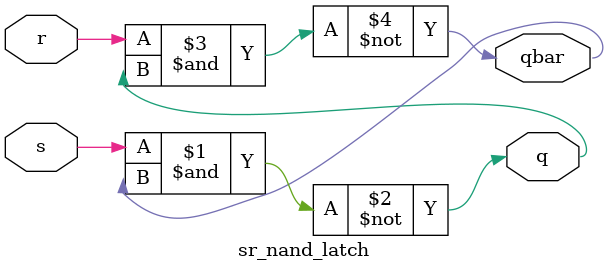
<source format=v>
`timescale 1ns / 1ps


module sr_nand_latch(
    input s,r,
    output q,qbar
    );
    nand a1(q,s,qbar);
    nand a2(qbar,r,q);
endmodule

</source>
